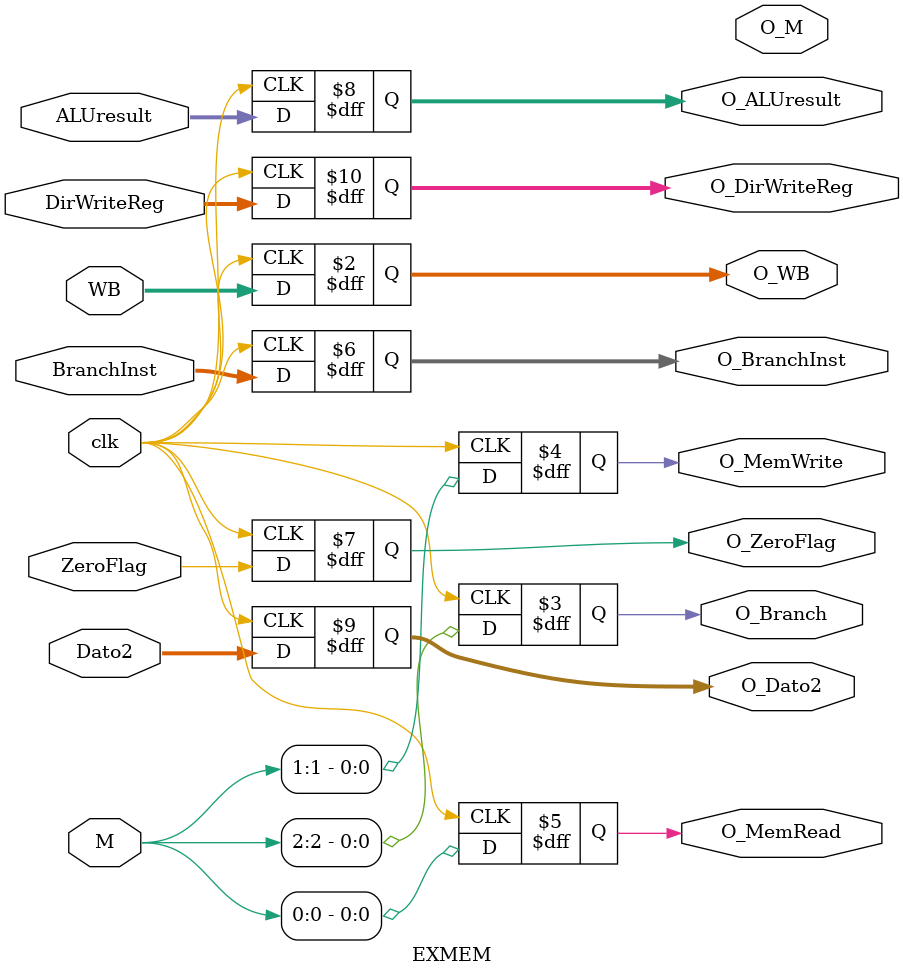
<source format=v>
module EXMEM(
    input clk,
    input [1:0]WB,
    input [2:0]M,
    input [31:0]BranchInst,
    input ZeroFlag,
    input [31:0]ALUresult,
    input [31:0]Dato2,
    input [4:0]DirWriteReg,

    output reg [1:0]O_WB,
    output reg [2:0]O_M,
    output reg O_Branch,
    output reg O_MemWrite,
    output reg O_MemRead,
    output reg [31:0]O_BranchInst,
    output reg O_ZeroFlag,
    output reg [31:0]O_ALUresult,
    output reg [31:0]O_Dato2,
    output reg [4:0]O_DirWriteReg
);

always @(posedge clk ) begin
    O_WB = WB;
    O_MemRead = M[0];
    O_MemWrite = M[1];
    O_Branch = M[2]; 
    O_BranchInst = BranchInst;
    O_ZeroFlag = ZeroFlag;
    O_ALUresult = ALUresult;
    O_Dato2 = Dato2;
    O_DirWriteReg = DirWriteReg;

end

endmodule


</source>
